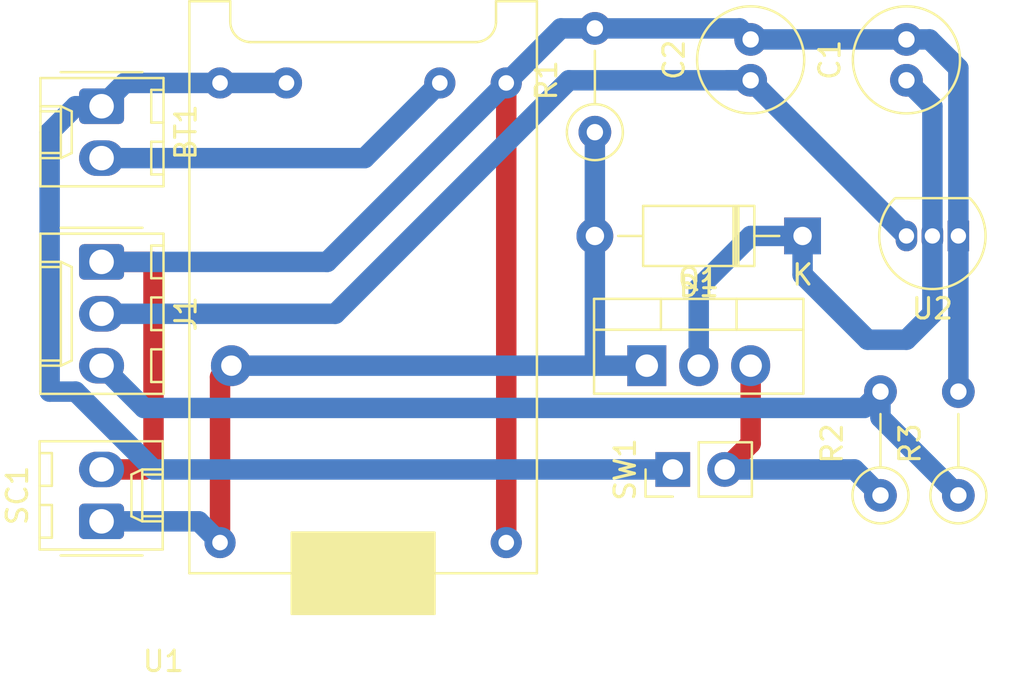
<source format=kicad_pcb>
(kicad_pcb (version 20171130) (host pcbnew 5.1.5+dfsg1-2build2)

  (general
    (thickness 1.6)
    (drawings 0)
    (tracks 61)
    (zones 0)
    (modules 13)
    (nets 9)
  )

  (page A4)
  (layers
    (0 F.Cu signal)
    (31 B.Cu signal)
    (32 B.Adhes user)
    (33 F.Adhes user)
    (34 B.Paste user)
    (35 F.Paste user)
    (36 B.SilkS user)
    (37 F.SilkS user)
    (38 B.Mask user)
    (39 F.Mask user)
    (40 Dwgs.User user)
    (41 Cmts.User user)
    (42 Eco1.User user)
    (43 Eco2.User user)
    (44 Edge.Cuts user)
    (45 Margin user)
    (46 B.CrtYd user)
    (47 F.CrtYd user)
    (48 B.Fab user)
    (49 F.Fab user)
  )

  (setup
    (last_trace_width 1)
    (user_trace_width 1)
    (trace_clearance 0.2)
    (zone_clearance 0.508)
    (zone_45_only no)
    (trace_min 0.2)
    (via_size 0.8)
    (via_drill 0.4)
    (via_min_size 0.4)
    (via_min_drill 0.3)
    (user_via 2 1)
    (uvia_size 0.3)
    (uvia_drill 0.1)
    (uvias_allowed no)
    (uvia_min_size 0.2)
    (uvia_min_drill 0.1)
    (edge_width 0.1)
    (segment_width 0.2)
    (pcb_text_width 0.3)
    (pcb_text_size 1.5 1.5)
    (mod_edge_width 0.15)
    (mod_text_size 1 1)
    (mod_text_width 0.15)
    (pad_size 1.524 1.524)
    (pad_drill 0.762)
    (pad_to_mask_clearance 0)
    (aux_axis_origin 0 0)
    (visible_elements FFFFFF7F)
    (pcbplotparams
      (layerselection 0x010fc_ffffffff)
      (usegerberextensions false)
      (usegerberattributes false)
      (usegerberadvancedattributes false)
      (creategerberjobfile false)
      (excludeedgelayer true)
      (linewidth 0.100000)
      (plotframeref false)
      (viasonmask false)
      (mode 1)
      (useauxorigin false)
      (hpglpennumber 1)
      (hpglpenspeed 20)
      (hpglpendiameter 15.000000)
      (psnegative false)
      (psa4output false)
      (plotreference true)
      (plotvalue true)
      (plotinvisibletext false)
      (padsonsilk false)
      (subtractmaskfromsilk false)
      (outputformat 1)
      (mirror false)
      (drillshape 1)
      (scaleselection 1)
      (outputdirectory ""))
  )

  (net 0 "")
  (net 1 GND)
  (net 2 "Net-(C1-Pad1)")
  (net 3 "Net-(C2-Pad1)")
  (net 4 "Net-(D1-Pad2)")
  (net 5 "Net-(Q1-Pad3)")
  (net 6 "Net-(BT1-Pad2)")
  (net 7 "Net-(BT1-Pad1)")
  (net 8 "Net-(J1-Pad3)")

  (net_class Default "This is the default net class."
    (clearance 0.2)
    (trace_width 0.25)
    (via_dia 0.8)
    (via_drill 0.4)
    (uvia_dia 0.3)
    (uvia_drill 0.1)
    (add_net GND)
    (add_net "Net-(BT1-Pad1)")
    (add_net "Net-(BT1-Pad2)")
    (add_net "Net-(C1-Pad1)")
    (add_net "Net-(C2-Pad1)")
    (add_net "Net-(D1-Pad2)")
    (add_net "Net-(J1-Pad3)")
    (add_net "Net-(Q1-Pad3)")
  )

  (module Connector_Molex:Molex_KK-254_AE-6410-02A_1x02_P2.54mm_Vertical (layer F.Cu) (tedit 5B78013E) (tstamp 60A7437D)
    (at 118.11 96.52 90)
    (descr "Molex KK-254 Interconnect System, old/engineering part number: AE-6410-02A example for new part number: 22-27-2021, 2 Pins (http://www.molex.com/pdm_docs/sd/022272021_sd.pdf), generated with kicad-footprint-generator")
    (tags "connector Molex KK-254 side entry")
    (path /60A2898D)
    (fp_text reference SC1 (at 1.27 -4.12 90) (layer F.SilkS)
      (effects (font (size 1 1) (thickness 0.15)))
    )
    (fp_text value Solar_Cell (at 1.27 4.08 90) (layer F.Fab)
      (effects (font (size 1 1) (thickness 0.15)))
    )
    (fp_text user %R (at 1.27 -2.22 90) (layer F.Fab)
      (effects (font (size 1 1) (thickness 0.15)))
    )
    (fp_line (start 4.31 -3.42) (end -1.77 -3.42) (layer F.CrtYd) (width 0.05))
    (fp_line (start 4.31 3.38) (end 4.31 -3.42) (layer F.CrtYd) (width 0.05))
    (fp_line (start -1.77 3.38) (end 4.31 3.38) (layer F.CrtYd) (width 0.05))
    (fp_line (start -1.77 -3.42) (end -1.77 3.38) (layer F.CrtYd) (width 0.05))
    (fp_line (start 3.34 -2.43) (end 3.34 -3.03) (layer F.SilkS) (width 0.12))
    (fp_line (start 1.74 -2.43) (end 3.34 -2.43) (layer F.SilkS) (width 0.12))
    (fp_line (start 1.74 -3.03) (end 1.74 -2.43) (layer F.SilkS) (width 0.12))
    (fp_line (start 0.8 -2.43) (end 0.8 -3.03) (layer F.SilkS) (width 0.12))
    (fp_line (start -0.8 -2.43) (end 0.8 -2.43) (layer F.SilkS) (width 0.12))
    (fp_line (start -0.8 -3.03) (end -0.8 -2.43) (layer F.SilkS) (width 0.12))
    (fp_line (start 2.29 2.99) (end 2.29 1.99) (layer F.SilkS) (width 0.12))
    (fp_line (start 0.25 2.99) (end 0.25 1.99) (layer F.SilkS) (width 0.12))
    (fp_line (start 2.29 1.46) (end 2.54 1.99) (layer F.SilkS) (width 0.12))
    (fp_line (start 0.25 1.46) (end 2.29 1.46) (layer F.SilkS) (width 0.12))
    (fp_line (start 0 1.99) (end 0.25 1.46) (layer F.SilkS) (width 0.12))
    (fp_line (start 2.54 1.99) (end 2.54 2.99) (layer F.SilkS) (width 0.12))
    (fp_line (start 0 1.99) (end 2.54 1.99) (layer F.SilkS) (width 0.12))
    (fp_line (start 0 2.99) (end 0 1.99) (layer F.SilkS) (width 0.12))
    (fp_line (start -0.562893 0) (end -1.27 0.5) (layer F.Fab) (width 0.1))
    (fp_line (start -1.27 -0.5) (end -0.562893 0) (layer F.Fab) (width 0.1))
    (fp_line (start -1.67 -2) (end -1.67 2) (layer F.SilkS) (width 0.12))
    (fp_line (start 3.92 -3.03) (end -1.38 -3.03) (layer F.SilkS) (width 0.12))
    (fp_line (start 3.92 2.99) (end 3.92 -3.03) (layer F.SilkS) (width 0.12))
    (fp_line (start -1.38 2.99) (end 3.92 2.99) (layer F.SilkS) (width 0.12))
    (fp_line (start -1.38 -3.03) (end -1.38 2.99) (layer F.SilkS) (width 0.12))
    (fp_line (start 3.81 -2.92) (end -1.27 -2.92) (layer F.Fab) (width 0.1))
    (fp_line (start 3.81 2.88) (end 3.81 -2.92) (layer F.Fab) (width 0.1))
    (fp_line (start -1.27 2.88) (end 3.81 2.88) (layer F.Fab) (width 0.1))
    (fp_line (start -1.27 -2.92) (end -1.27 2.88) (layer F.Fab) (width 0.1))
    (pad 2 thru_hole oval (at 2.54 0 90) (size 1.74 2.2) (drill 1.2) (layers *.Cu *.Mask)
      (net 1 GND))
    (pad 1 thru_hole roundrect (at 0 0 90) (size 1.74 2.2) (drill 1.2) (layers *.Cu *.Mask) (roundrect_rratio 0.143678)
      (net 4 "Net-(D1-Pad2)"))
    (model ${KISYS3DMOD}/Connector_Molex.3dshapes/Molex_KK-254_AE-6410-02A_1x02_P2.54mm_Vertical.wrl
      (at (xyz 0 0 0))
      (scale (xyz 1 1 1))
      (rotate (xyz 0 0 0))
    )
  )

  (module Battery+:TP4056 (layer F.Cu) (tedit 60A6DA1C) (tstamp 60A72CBB)
    (at 122.404999 99.06)
    (path /60A28466)
    (fp_text reference U1 (at -1.27 4.31) (layer F.SilkS)
      (effects (font (size 1 1) (thickness 0.15)))
    )
    (fp_text value TP4056 (at -1.27 3.31) (layer F.Fab)
      (effects (font (size 1 1) (thickness 0.15)))
    )
    (fp_poly (pts (xy 12 2) (xy 5 2) (xy 5 -2) (xy 12 -2)) (layer F.SilkS) (width 0.1))
    (fp_line (start 0 -28) (end 2 -28) (layer F.SilkS) (width 0.12))
    (fp_line (start 15 -28) (end 17 -28) (layer F.SilkS) (width 0.12))
    (fp_line (start 2 -27) (end 2 -28) (layer F.SilkS) (width 0.12))
    (fp_line (start 15 -27) (end 15 -28) (layer F.SilkS) (width 0.12))
    (fp_line (start 3 -26) (end 14 -26) (layer F.SilkS) (width 0.12))
    (fp_arc (start 14 -27) (end 14 -26) (angle -90) (layer F.SilkS) (width 0.12))
    (fp_arc (start 3 -27) (end 2 -27) (angle -90) (layer F.SilkS) (width 0.12))
    (fp_line (start 17 0) (end 17 -28) (layer F.SilkS) (width 0.12))
    (fp_line (start 0 0) (end 17 0) (layer F.SilkS) (width 0.12))
    (fp_line (start 0 -28) (end 0 0) (layer F.SilkS) (width 0.12))
    (pad 6 thru_hole circle (at 12.25 -24) (size 1.524 1.524) (drill 0.762) (layers *.Cu *.Mask)
      (net 6 "Net-(BT1-Pad2)"))
    (pad 5 thru_hole circle (at 4.75 -24) (size 1.524 1.524) (drill 0.762) (layers *.Cu *.Mask)
      (net 7 "Net-(BT1-Pad1)"))
    (pad 4 thru_hole circle (at 15.5 -24) (size 1.524 1.524) (drill 0.762) (layers *.Cu *.Mask)
      (net 1 GND))
    (pad 3 thru_hole circle (at 1.5 -24) (size 1.524 1.524) (drill 0.762) (layers *.Cu *.Mask)
      (net 7 "Net-(BT1-Pad1)"))
    (pad 2 thru_hole circle (at 15.5 -1.5) (size 1.524 1.524) (drill 0.762) (layers *.Cu *.Mask)
      (net 1 GND))
    (pad 1 thru_hole circle (at 1.5 -1.5) (size 1.524 1.524) (drill 0.762) (layers *.Cu *.Mask)
      (net 4 "Net-(D1-Pad2)"))
  )

  (module Connector_PinHeader_2.54mm:PinHeader_1x02_P2.54mm_Vertical (layer F.Cu) (tedit 59FED5CC) (tstamp 60A73B29)
    (at 146.05 93.98 90)
    (descr "Through hole straight pin header, 1x02, 2.54mm pitch, single row")
    (tags "Through hole pin header THT 1x02 2.54mm single row")
    (path /60A8607C)
    (fp_text reference SW1 (at 0 -2.33 90) (layer F.SilkS)
      (effects (font (size 1 1) (thickness 0.15)))
    )
    (fp_text value SW_SPST (at 0 4.87 90) (layer F.Fab)
      (effects (font (size 1 1) (thickness 0.15)))
    )
    (fp_text user %R (at 0 1.27) (layer F.Fab)
      (effects (font (size 1 1) (thickness 0.15)))
    )
    (fp_line (start 1.8 -1.8) (end -1.8 -1.8) (layer F.CrtYd) (width 0.05))
    (fp_line (start 1.8 4.35) (end 1.8 -1.8) (layer F.CrtYd) (width 0.05))
    (fp_line (start -1.8 4.35) (end 1.8 4.35) (layer F.CrtYd) (width 0.05))
    (fp_line (start -1.8 -1.8) (end -1.8 4.35) (layer F.CrtYd) (width 0.05))
    (fp_line (start -1.33 -1.33) (end 0 -1.33) (layer F.SilkS) (width 0.12))
    (fp_line (start -1.33 0) (end -1.33 -1.33) (layer F.SilkS) (width 0.12))
    (fp_line (start -1.33 1.27) (end 1.33 1.27) (layer F.SilkS) (width 0.12))
    (fp_line (start 1.33 1.27) (end 1.33 3.87) (layer F.SilkS) (width 0.12))
    (fp_line (start -1.33 1.27) (end -1.33 3.87) (layer F.SilkS) (width 0.12))
    (fp_line (start -1.33 3.87) (end 1.33 3.87) (layer F.SilkS) (width 0.12))
    (fp_line (start -1.27 -0.635) (end -0.635 -1.27) (layer F.Fab) (width 0.1))
    (fp_line (start -1.27 3.81) (end -1.27 -0.635) (layer F.Fab) (width 0.1))
    (fp_line (start 1.27 3.81) (end -1.27 3.81) (layer F.Fab) (width 0.1))
    (fp_line (start 1.27 -1.27) (end 1.27 3.81) (layer F.Fab) (width 0.1))
    (fp_line (start -0.635 -1.27) (end 1.27 -1.27) (layer F.Fab) (width 0.1))
    (pad 2 thru_hole oval (at 0 2.54 90) (size 1.7 1.7) (drill 1) (layers *.Cu *.Mask)
      (net 5 "Net-(Q1-Pad3)"))
    (pad 1 thru_hole rect (at 0 0 90) (size 1.7 1.7) (drill 1) (layers *.Cu *.Mask)
      (net 7 "Net-(BT1-Pad1)"))
    (model ${KISYS3DMOD}/Connector_PinHeader_2.54mm.3dshapes/PinHeader_1x02_P2.54mm_Vertical.wrl
      (at (xyz 0 0 0))
      (scale (xyz 1 1 1))
      (rotate (xyz 0 0 0))
    )
  )

  (module Connector_Molex:Molex_KK-254_AE-6410-03A_1x03_P2.54mm_Vertical (layer F.Cu) (tedit 5B78013E) (tstamp 60A73A8D)
    (at 118.11 83.82 270)
    (descr "Molex KK-254 Interconnect System, old/engineering part number: AE-6410-03A example for new part number: 22-27-2031, 3 Pins (http://www.molex.com/pdm_docs/sd/022272021_sd.pdf), generated with kicad-footprint-generator")
    (tags "connector Molex KK-254 side entry")
    (path /60AEE014)
    (fp_text reference J1 (at 2.54 -4.12 90) (layer F.SilkS)
      (effects (font (size 1 1) (thickness 0.15)))
    )
    (fp_text value Conn_01x03_Male (at 2.54 4.08 90) (layer F.Fab)
      (effects (font (size 1 1) (thickness 0.15)))
    )
    (fp_text user %R (at 2.54 -2.22 90) (layer F.Fab)
      (effects (font (size 1 1) (thickness 0.15)))
    )
    (fp_line (start 6.85 -3.42) (end -1.77 -3.42) (layer F.CrtYd) (width 0.05))
    (fp_line (start 6.85 3.38) (end 6.85 -3.42) (layer F.CrtYd) (width 0.05))
    (fp_line (start -1.77 3.38) (end 6.85 3.38) (layer F.CrtYd) (width 0.05))
    (fp_line (start -1.77 -3.42) (end -1.77 3.38) (layer F.CrtYd) (width 0.05))
    (fp_line (start 5.88 -2.43) (end 5.88 -3.03) (layer F.SilkS) (width 0.12))
    (fp_line (start 4.28 -2.43) (end 5.88 -2.43) (layer F.SilkS) (width 0.12))
    (fp_line (start 4.28 -3.03) (end 4.28 -2.43) (layer F.SilkS) (width 0.12))
    (fp_line (start 3.34 -2.43) (end 3.34 -3.03) (layer F.SilkS) (width 0.12))
    (fp_line (start 1.74 -2.43) (end 3.34 -2.43) (layer F.SilkS) (width 0.12))
    (fp_line (start 1.74 -3.03) (end 1.74 -2.43) (layer F.SilkS) (width 0.12))
    (fp_line (start 0.8 -2.43) (end 0.8 -3.03) (layer F.SilkS) (width 0.12))
    (fp_line (start -0.8 -2.43) (end 0.8 -2.43) (layer F.SilkS) (width 0.12))
    (fp_line (start -0.8 -3.03) (end -0.8 -2.43) (layer F.SilkS) (width 0.12))
    (fp_line (start 4.83 2.99) (end 4.83 1.99) (layer F.SilkS) (width 0.12))
    (fp_line (start 0.25 2.99) (end 0.25 1.99) (layer F.SilkS) (width 0.12))
    (fp_line (start 4.83 1.46) (end 5.08 1.99) (layer F.SilkS) (width 0.12))
    (fp_line (start 0.25 1.46) (end 4.83 1.46) (layer F.SilkS) (width 0.12))
    (fp_line (start 0 1.99) (end 0.25 1.46) (layer F.SilkS) (width 0.12))
    (fp_line (start 5.08 1.99) (end 5.08 2.99) (layer F.SilkS) (width 0.12))
    (fp_line (start 0 1.99) (end 5.08 1.99) (layer F.SilkS) (width 0.12))
    (fp_line (start 0 2.99) (end 0 1.99) (layer F.SilkS) (width 0.12))
    (fp_line (start -0.562893 0) (end -1.27 0.5) (layer F.Fab) (width 0.1))
    (fp_line (start -1.27 -0.5) (end -0.562893 0) (layer F.Fab) (width 0.1))
    (fp_line (start -1.67 -2) (end -1.67 2) (layer F.SilkS) (width 0.12))
    (fp_line (start 6.46 -3.03) (end -1.38 -3.03) (layer F.SilkS) (width 0.12))
    (fp_line (start 6.46 2.99) (end 6.46 -3.03) (layer F.SilkS) (width 0.12))
    (fp_line (start -1.38 2.99) (end 6.46 2.99) (layer F.SilkS) (width 0.12))
    (fp_line (start -1.38 -3.03) (end -1.38 2.99) (layer F.SilkS) (width 0.12))
    (fp_line (start 6.35 -2.92) (end -1.27 -2.92) (layer F.Fab) (width 0.1))
    (fp_line (start 6.35 2.88) (end 6.35 -2.92) (layer F.Fab) (width 0.1))
    (fp_line (start -1.27 2.88) (end 6.35 2.88) (layer F.Fab) (width 0.1))
    (fp_line (start -1.27 -2.92) (end -1.27 2.88) (layer F.Fab) (width 0.1))
    (pad 3 thru_hole oval (at 5.08 0 270) (size 1.74 2.2) (drill 1.2) (layers *.Cu *.Mask)
      (net 8 "Net-(J1-Pad3)"))
    (pad 2 thru_hole oval (at 2.54 0 270) (size 1.74 2.2) (drill 1.2) (layers *.Cu *.Mask)
      (net 3 "Net-(C2-Pad1)"))
    (pad 1 thru_hole roundrect (at 0 0 270) (size 1.74 2.2) (drill 1.2) (layers *.Cu *.Mask) (roundrect_rratio 0.143678)
      (net 1 GND))
    (model ${KISYS3DMOD}/Connector_Molex.3dshapes/Molex_KK-254_AE-6410-03A_1x03_P2.54mm_Vertical.wrl
      (at (xyz 0 0 0))
      (scale (xyz 1 1 1))
      (rotate (xyz 0 0 0))
    )
  )

  (module Connector_Molex:Molex_KK-254_AE-6410-02A_1x02_P2.54mm_Vertical (layer F.Cu) (tedit 5B78013E) (tstamp 60A73A05)
    (at 118.11 76.2 270)
    (descr "Molex KK-254 Interconnect System, old/engineering part number: AE-6410-02A example for new part number: 22-27-2021, 2 Pins (http://www.molex.com/pdm_docs/sd/022272021_sd.pdf), generated with kicad-footprint-generator")
    (tags "connector Molex KK-254 side entry")
    (path /60A29B61)
    (fp_text reference BT1 (at 1.27 -4.12 90) (layer F.SilkS)
      (effects (font (size 1 1) (thickness 0.15)))
    )
    (fp_text value LIon (at 1.27 4.08 90) (layer F.Fab)
      (effects (font (size 1 1) (thickness 0.15)))
    )
    (fp_text user %R (at 1.27 -2.22 90) (layer F.Fab)
      (effects (font (size 1 1) (thickness 0.15)))
    )
    (fp_line (start 4.31 -3.42) (end -1.77 -3.42) (layer F.CrtYd) (width 0.05))
    (fp_line (start 4.31 3.38) (end 4.31 -3.42) (layer F.CrtYd) (width 0.05))
    (fp_line (start -1.77 3.38) (end 4.31 3.38) (layer F.CrtYd) (width 0.05))
    (fp_line (start -1.77 -3.42) (end -1.77 3.38) (layer F.CrtYd) (width 0.05))
    (fp_line (start 3.34 -2.43) (end 3.34 -3.03) (layer F.SilkS) (width 0.12))
    (fp_line (start 1.74 -2.43) (end 3.34 -2.43) (layer F.SilkS) (width 0.12))
    (fp_line (start 1.74 -3.03) (end 1.74 -2.43) (layer F.SilkS) (width 0.12))
    (fp_line (start 0.8 -2.43) (end 0.8 -3.03) (layer F.SilkS) (width 0.12))
    (fp_line (start -0.8 -2.43) (end 0.8 -2.43) (layer F.SilkS) (width 0.12))
    (fp_line (start -0.8 -3.03) (end -0.8 -2.43) (layer F.SilkS) (width 0.12))
    (fp_line (start 2.29 2.99) (end 2.29 1.99) (layer F.SilkS) (width 0.12))
    (fp_line (start 0.25 2.99) (end 0.25 1.99) (layer F.SilkS) (width 0.12))
    (fp_line (start 2.29 1.46) (end 2.54 1.99) (layer F.SilkS) (width 0.12))
    (fp_line (start 0.25 1.46) (end 2.29 1.46) (layer F.SilkS) (width 0.12))
    (fp_line (start 0 1.99) (end 0.25 1.46) (layer F.SilkS) (width 0.12))
    (fp_line (start 2.54 1.99) (end 2.54 2.99) (layer F.SilkS) (width 0.12))
    (fp_line (start 0 1.99) (end 2.54 1.99) (layer F.SilkS) (width 0.12))
    (fp_line (start 0 2.99) (end 0 1.99) (layer F.SilkS) (width 0.12))
    (fp_line (start -0.562893 0) (end -1.27 0.5) (layer F.Fab) (width 0.1))
    (fp_line (start -1.27 -0.5) (end -0.562893 0) (layer F.Fab) (width 0.1))
    (fp_line (start -1.67 -2) (end -1.67 2) (layer F.SilkS) (width 0.12))
    (fp_line (start 3.92 -3.03) (end -1.38 -3.03) (layer F.SilkS) (width 0.12))
    (fp_line (start 3.92 2.99) (end 3.92 -3.03) (layer F.SilkS) (width 0.12))
    (fp_line (start -1.38 2.99) (end 3.92 2.99) (layer F.SilkS) (width 0.12))
    (fp_line (start -1.38 -3.03) (end -1.38 2.99) (layer F.SilkS) (width 0.12))
    (fp_line (start 3.81 -2.92) (end -1.27 -2.92) (layer F.Fab) (width 0.1))
    (fp_line (start 3.81 2.88) (end 3.81 -2.92) (layer F.Fab) (width 0.1))
    (fp_line (start -1.27 2.88) (end 3.81 2.88) (layer F.Fab) (width 0.1))
    (fp_line (start -1.27 -2.92) (end -1.27 2.88) (layer F.Fab) (width 0.1))
    (pad 2 thru_hole oval (at 2.54 0 270) (size 1.74 2.2) (drill 1.2) (layers *.Cu *.Mask)
      (net 6 "Net-(BT1-Pad2)"))
    (pad 1 thru_hole roundrect (at 0 0 270) (size 1.74 2.2) (drill 1.2) (layers *.Cu *.Mask) (roundrect_rratio 0.143678)
      (net 7 "Net-(BT1-Pad1)"))
    (model ${KISYS3DMOD}/Connector_Molex.3dshapes/Molex_KK-254_AE-6410-02A_1x02_P2.54mm_Vertical.wrl
      (at (xyz 0 0 0))
      (scale (xyz 1 1 1))
      (rotate (xyz 0 0 0))
    )
  )

  (module Package_TO_SOT_THT:TO-92_Inline (layer F.Cu) (tedit 5A1DD157) (tstamp 60A72CCD)
    (at 160.02 82.55 180)
    (descr "TO-92 leads in-line, narrow, oval pads, drill 0.75mm (see NXP sot054_po.pdf)")
    (tags "to-92 sc-43 sc-43a sot54 PA33 transistor")
    (path /60A4CB9B)
    (fp_text reference U2 (at 1.27 -3.56) (layer F.SilkS)
      (effects (font (size 1 1) (thickness 0.15)))
    )
    (fp_text value HT7333 (at 1.27 2.79) (layer F.Fab)
      (effects (font (size 1 1) (thickness 0.15)))
    )
    (fp_arc (start 1.27 0) (end 1.27 -2.6) (angle 135) (layer F.SilkS) (width 0.12))
    (fp_arc (start 1.27 0) (end 1.27 -2.48) (angle -135) (layer F.Fab) (width 0.1))
    (fp_arc (start 1.27 0) (end 1.27 -2.6) (angle -135) (layer F.SilkS) (width 0.12))
    (fp_arc (start 1.27 0) (end 1.27 -2.48) (angle 135) (layer F.Fab) (width 0.1))
    (fp_line (start 4 2.01) (end -1.46 2.01) (layer F.CrtYd) (width 0.05))
    (fp_line (start 4 2.01) (end 4 -2.73) (layer F.CrtYd) (width 0.05))
    (fp_line (start -1.46 -2.73) (end -1.46 2.01) (layer F.CrtYd) (width 0.05))
    (fp_line (start -1.46 -2.73) (end 4 -2.73) (layer F.CrtYd) (width 0.05))
    (fp_line (start -0.5 1.75) (end 3 1.75) (layer F.Fab) (width 0.1))
    (fp_line (start -0.53 1.85) (end 3.07 1.85) (layer F.SilkS) (width 0.12))
    (fp_text user %R (at 1.27 -3.56) (layer F.Fab)
      (effects (font (size 1 1) (thickness 0.15)))
    )
    (pad 1 thru_hole rect (at 0 0 180) (size 1.05 1.5) (drill 0.75) (layers *.Cu *.Mask)
      (net 1 GND))
    (pad 3 thru_hole oval (at 2.54 0 180) (size 1.05 1.5) (drill 0.75) (layers *.Cu *.Mask)
      (net 3 "Net-(C2-Pad1)"))
    (pad 2 thru_hole oval (at 1.27 0 180) (size 1.05 1.5) (drill 0.75) (layers *.Cu *.Mask)
      (net 2 "Net-(C1-Pad1)"))
    (model ${KISYS3DMOD}/Package_TO_SOT_THT.3dshapes/TO-92_Inline.wrl
      (at (xyz 0 0 0))
      (scale (xyz 1 1 1))
      (rotate (xyz 0 0 0))
    )
  )

  (module Resistor_THT:R_Axial_DIN0207_L6.3mm_D2.5mm_P5.08mm_Vertical (layer F.Cu) (tedit 5AE5139B) (tstamp 60A72CA6)
    (at 160.02 95.25 90)
    (descr "Resistor, Axial_DIN0207 series, Axial, Vertical, pin pitch=5.08mm, 0.25W = 1/4W, length*diameter=6.3*2.5mm^2, http://cdn-reichelt.de/documents/datenblatt/B400/1_4W%23YAG.pdf")
    (tags "Resistor Axial_DIN0207 series Axial Vertical pin pitch 5.08mm 0.25W = 1/4W length 6.3mm diameter 2.5mm")
    (path /60A5C09B)
    (fp_text reference R3 (at 2.54 -2.37 90) (layer F.SilkS)
      (effects (font (size 1 1) (thickness 0.15)))
    )
    (fp_text value 33k (at 2.54 2.37 90) (layer F.Fab)
      (effects (font (size 1 1) (thickness 0.15)))
    )
    (fp_text user %R (at 2.54 -2.37 90) (layer F.Fab)
      (effects (font (size 1 1) (thickness 0.15)))
    )
    (fp_line (start 6.13 -1.5) (end -1.5 -1.5) (layer F.CrtYd) (width 0.05))
    (fp_line (start 6.13 1.5) (end 6.13 -1.5) (layer F.CrtYd) (width 0.05))
    (fp_line (start -1.5 1.5) (end 6.13 1.5) (layer F.CrtYd) (width 0.05))
    (fp_line (start -1.5 -1.5) (end -1.5 1.5) (layer F.CrtYd) (width 0.05))
    (fp_line (start 1.37 0) (end 3.98 0) (layer F.SilkS) (width 0.12))
    (fp_line (start 0 0) (end 5.08 0) (layer F.Fab) (width 0.1))
    (fp_circle (center 0 0) (end 1.37 0) (layer F.SilkS) (width 0.12))
    (fp_circle (center 0 0) (end 1.25 0) (layer F.Fab) (width 0.1))
    (pad 2 thru_hole oval (at 5.08 0 90) (size 1.6 1.6) (drill 0.8) (layers *.Cu *.Mask)
      (net 1 GND))
    (pad 1 thru_hole circle (at 0 0 90) (size 1.6 1.6) (drill 0.8) (layers *.Cu *.Mask)
      (net 8 "Net-(J1-Pad3)"))
    (model ${KISYS3DMOD}/Resistor_THT.3dshapes/R_Axial_DIN0207_L6.3mm_D2.5mm_P5.08mm_Vertical.wrl
      (at (xyz 0 0 0))
      (scale (xyz 1 1 1))
      (rotate (xyz 0 0 0))
    )
  )

  (module Resistor_THT:R_Axial_DIN0207_L6.3mm_D2.5mm_P5.08mm_Vertical (layer F.Cu) (tedit 5AE5139B) (tstamp 60A72C97)
    (at 156.21 95.25 90)
    (descr "Resistor, Axial_DIN0207 series, Axial, Vertical, pin pitch=5.08mm, 0.25W = 1/4W, length*diameter=6.3*2.5mm^2, http://cdn-reichelt.de/documents/datenblatt/B400/1_4W%23YAG.pdf")
    (tags "Resistor Axial_DIN0207 series Axial Vertical pin pitch 5.08mm 0.25W = 1/4W length 6.3mm diameter 2.5mm")
    (path /60A5BA83)
    (fp_text reference R2 (at 2.54 -2.37 90) (layer F.SilkS)
      (effects (font (size 1 1) (thickness 0.15)))
    )
    (fp_text value 100k (at 2.54 2.37 90) (layer F.Fab)
      (effects (font (size 1 1) (thickness 0.15)))
    )
    (fp_text user %R (at 2.54 -2.37 90) (layer F.Fab)
      (effects (font (size 1 1) (thickness 0.15)))
    )
    (fp_line (start 6.13 -1.5) (end -1.5 -1.5) (layer F.CrtYd) (width 0.05))
    (fp_line (start 6.13 1.5) (end 6.13 -1.5) (layer F.CrtYd) (width 0.05))
    (fp_line (start -1.5 1.5) (end 6.13 1.5) (layer F.CrtYd) (width 0.05))
    (fp_line (start -1.5 -1.5) (end -1.5 1.5) (layer F.CrtYd) (width 0.05))
    (fp_line (start 1.37 0) (end 3.98 0) (layer F.SilkS) (width 0.12))
    (fp_line (start 0 0) (end 5.08 0) (layer F.Fab) (width 0.1))
    (fp_circle (center 0 0) (end 1.37 0) (layer F.SilkS) (width 0.12))
    (fp_circle (center 0 0) (end 1.25 0) (layer F.Fab) (width 0.1))
    (pad 2 thru_hole oval (at 5.08 0 90) (size 1.6 1.6) (drill 0.8) (layers *.Cu *.Mask)
      (net 8 "Net-(J1-Pad3)"))
    (pad 1 thru_hole circle (at 0 0 90) (size 1.6 1.6) (drill 0.8) (layers *.Cu *.Mask)
      (net 5 "Net-(Q1-Pad3)"))
    (model ${KISYS3DMOD}/Resistor_THT.3dshapes/R_Axial_DIN0207_L6.3mm_D2.5mm_P5.08mm_Vertical.wrl
      (at (xyz 0 0 0))
      (scale (xyz 1 1 1))
      (rotate (xyz 0 0 0))
    )
  )

  (module Resistor_THT:R_Axial_DIN0207_L6.3mm_D2.5mm_P5.08mm_Vertical (layer F.Cu) (tedit 5AE5139B) (tstamp 60A72C88)
    (at 142.24 77.47 90)
    (descr "Resistor, Axial_DIN0207 series, Axial, Vertical, pin pitch=5.08mm, 0.25W = 1/4W, length*diameter=6.3*2.5mm^2, http://cdn-reichelt.de/documents/datenblatt/B400/1_4W%23YAG.pdf")
    (tags "Resistor Axial_DIN0207 series Axial Vertical pin pitch 5.08mm 0.25W = 1/4W length 6.3mm diameter 2.5mm")
    (path /60B13300)
    (fp_text reference R1 (at 2.54 -2.37 90) (layer F.SilkS)
      (effects (font (size 1 1) (thickness 0.15)))
    )
    (fp_text value 100k (at 2.54 2.37 90) (layer F.Fab)
      (effects (font (size 1 1) (thickness 0.15)))
    )
    (fp_text user %R (at 2.54 -2.37 90) (layer F.Fab)
      (effects (font (size 1 1) (thickness 0.15)))
    )
    (fp_line (start 6.13 -1.5) (end -1.5 -1.5) (layer F.CrtYd) (width 0.05))
    (fp_line (start 6.13 1.5) (end 6.13 -1.5) (layer F.CrtYd) (width 0.05))
    (fp_line (start -1.5 1.5) (end 6.13 1.5) (layer F.CrtYd) (width 0.05))
    (fp_line (start -1.5 -1.5) (end -1.5 1.5) (layer F.CrtYd) (width 0.05))
    (fp_line (start 1.37 0) (end 3.98 0) (layer F.SilkS) (width 0.12))
    (fp_line (start 0 0) (end 5.08 0) (layer F.Fab) (width 0.1))
    (fp_circle (center 0 0) (end 1.37 0) (layer F.SilkS) (width 0.12))
    (fp_circle (center 0 0) (end 1.25 0) (layer F.Fab) (width 0.1))
    (pad 2 thru_hole oval (at 5.08 0 90) (size 1.6 1.6) (drill 0.8) (layers *.Cu *.Mask)
      (net 1 GND))
    (pad 1 thru_hole circle (at 0 0 90) (size 1.6 1.6) (drill 0.8) (layers *.Cu *.Mask)
      (net 4 "Net-(D1-Pad2)"))
    (model ${KISYS3DMOD}/Resistor_THT.3dshapes/R_Axial_DIN0207_L6.3mm_D2.5mm_P5.08mm_Vertical.wrl
      (at (xyz 0 0 0))
      (scale (xyz 1 1 1))
      (rotate (xyz 0 0 0))
    )
  )

  (module Package_TO_SOT_THT:TO-220-3_Vertical (layer F.Cu) (tedit 5AC8BA0D) (tstamp 60A72C79)
    (at 144.78 88.9)
    (descr "TO-220-3, Vertical, RM 2.54mm, see https://www.vishay.com/docs/66542/to-220-1.pdf")
    (tags "TO-220-3 Vertical RM 2.54mm")
    (path /60AFFBC5)
    (fp_text reference Q1 (at 2.54 -4.27) (layer F.SilkS)
      (effects (font (size 1 1) (thickness 0.15)))
    )
    (fp_text value AO3401A (at 2.54 2.5) (layer F.Fab)
      (effects (font (size 1 1) (thickness 0.15)))
    )
    (fp_text user %R (at 2.54 -4.27) (layer F.Fab)
      (effects (font (size 1 1) (thickness 0.15)))
    )
    (fp_line (start 7.79 -3.4) (end -2.71 -3.4) (layer F.CrtYd) (width 0.05))
    (fp_line (start 7.79 1.51) (end 7.79 -3.4) (layer F.CrtYd) (width 0.05))
    (fp_line (start -2.71 1.51) (end 7.79 1.51) (layer F.CrtYd) (width 0.05))
    (fp_line (start -2.71 -3.4) (end -2.71 1.51) (layer F.CrtYd) (width 0.05))
    (fp_line (start 4.391 -3.27) (end 4.391 -1.76) (layer F.SilkS) (width 0.12))
    (fp_line (start 0.69 -3.27) (end 0.69 -1.76) (layer F.SilkS) (width 0.12))
    (fp_line (start -2.58 -1.76) (end 7.66 -1.76) (layer F.SilkS) (width 0.12))
    (fp_line (start 7.66 -3.27) (end 7.66 1.371) (layer F.SilkS) (width 0.12))
    (fp_line (start -2.58 -3.27) (end -2.58 1.371) (layer F.SilkS) (width 0.12))
    (fp_line (start -2.58 1.371) (end 7.66 1.371) (layer F.SilkS) (width 0.12))
    (fp_line (start -2.58 -3.27) (end 7.66 -3.27) (layer F.SilkS) (width 0.12))
    (fp_line (start 4.39 -3.15) (end 4.39 -1.88) (layer F.Fab) (width 0.1))
    (fp_line (start 0.69 -3.15) (end 0.69 -1.88) (layer F.Fab) (width 0.1))
    (fp_line (start -2.46 -1.88) (end 7.54 -1.88) (layer F.Fab) (width 0.1))
    (fp_line (start 7.54 -3.15) (end -2.46 -3.15) (layer F.Fab) (width 0.1))
    (fp_line (start 7.54 1.25) (end 7.54 -3.15) (layer F.Fab) (width 0.1))
    (fp_line (start -2.46 1.25) (end 7.54 1.25) (layer F.Fab) (width 0.1))
    (fp_line (start -2.46 -3.15) (end -2.46 1.25) (layer F.Fab) (width 0.1))
    (pad 3 thru_hole oval (at 5.08 0) (size 1.905 2) (drill 1.1) (layers *.Cu *.Mask)
      (net 5 "Net-(Q1-Pad3)"))
    (pad 2 thru_hole oval (at 2.54 0) (size 1.905 2) (drill 1.1) (layers *.Cu *.Mask)
      (net 2 "Net-(C1-Pad1)"))
    (pad 1 thru_hole rect (at 0 0) (size 1.905 2) (drill 1.1) (layers *.Cu *.Mask)
      (net 4 "Net-(D1-Pad2)"))
    (model ${KISYS3DMOD}/Package_TO_SOT_THT.3dshapes/TO-220-3_Vertical.wrl
      (at (xyz 0 0 0))
      (scale (xyz 1 1 1))
      (rotate (xyz 0 0 0))
    )
  )

  (module Diode_THT:D_A-405_P10.16mm_Horizontal (layer F.Cu) (tedit 5AE50CD5) (tstamp 60A72C5F)
    (at 152.4 82.55 180)
    (descr "Diode, A-405 series, Axial, Horizontal, pin pitch=10.16mm, , length*diameter=5.2*2.7mm^2, , http://www.diodes.com/_files/packages/A-405.pdf")
    (tags "Diode A-405 series Axial Horizontal pin pitch 10.16mm  length 5.2mm diameter 2.7mm")
    (path /60B17CB5)
    (fp_text reference D1 (at 5.08 -2.47) (layer F.SilkS)
      (effects (font (size 1 1) (thickness 0.15)))
    )
    (fp_text value D_Schottky (at 5.08 2.47) (layer F.Fab)
      (effects (font (size 1 1) (thickness 0.15)))
    )
    (fp_text user K (at 0 -1.9) (layer F.SilkS)
      (effects (font (size 1 1) (thickness 0.15)))
    )
    (fp_text user K (at 0 -1.9) (layer F.Fab)
      (effects (font (size 1 1) (thickness 0.15)))
    )
    (fp_text user %R (at 5.47 0) (layer F.Fab)
      (effects (font (size 1 1) (thickness 0.15)))
    )
    (fp_line (start 11.31 -1.6) (end -1.15 -1.6) (layer F.CrtYd) (width 0.05))
    (fp_line (start 11.31 1.6) (end 11.31 -1.6) (layer F.CrtYd) (width 0.05))
    (fp_line (start -1.15 1.6) (end 11.31 1.6) (layer F.CrtYd) (width 0.05))
    (fp_line (start -1.15 -1.6) (end -1.15 1.6) (layer F.CrtYd) (width 0.05))
    (fp_line (start 3.14 -1.47) (end 3.14 1.47) (layer F.SilkS) (width 0.12))
    (fp_line (start 3.38 -1.47) (end 3.38 1.47) (layer F.SilkS) (width 0.12))
    (fp_line (start 3.26 -1.47) (end 3.26 1.47) (layer F.SilkS) (width 0.12))
    (fp_line (start 9.02 0) (end 7.8 0) (layer F.SilkS) (width 0.12))
    (fp_line (start 1.14 0) (end 2.36 0) (layer F.SilkS) (width 0.12))
    (fp_line (start 7.8 -1.47) (end 2.36 -1.47) (layer F.SilkS) (width 0.12))
    (fp_line (start 7.8 1.47) (end 7.8 -1.47) (layer F.SilkS) (width 0.12))
    (fp_line (start 2.36 1.47) (end 7.8 1.47) (layer F.SilkS) (width 0.12))
    (fp_line (start 2.36 -1.47) (end 2.36 1.47) (layer F.SilkS) (width 0.12))
    (fp_line (start 3.16 -1.35) (end 3.16 1.35) (layer F.Fab) (width 0.1))
    (fp_line (start 3.36 -1.35) (end 3.36 1.35) (layer F.Fab) (width 0.1))
    (fp_line (start 3.26 -1.35) (end 3.26 1.35) (layer F.Fab) (width 0.1))
    (fp_line (start 10.16 0) (end 7.68 0) (layer F.Fab) (width 0.1))
    (fp_line (start 0 0) (end 2.48 0) (layer F.Fab) (width 0.1))
    (fp_line (start 7.68 -1.35) (end 2.48 -1.35) (layer F.Fab) (width 0.1))
    (fp_line (start 7.68 1.35) (end 7.68 -1.35) (layer F.Fab) (width 0.1))
    (fp_line (start 2.48 1.35) (end 7.68 1.35) (layer F.Fab) (width 0.1))
    (fp_line (start 2.48 -1.35) (end 2.48 1.35) (layer F.Fab) (width 0.1))
    (pad 2 thru_hole oval (at 10.16 0 180) (size 1.8 1.8) (drill 0.9) (layers *.Cu *.Mask)
      (net 4 "Net-(D1-Pad2)"))
    (pad 1 thru_hole rect (at 0 0 180) (size 1.8 1.8) (drill 0.9) (layers *.Cu *.Mask)
      (net 2 "Net-(C1-Pad1)"))
    (model ${KISYS3DMOD}/Diode_THT.3dshapes/D_A-405_P10.16mm_Horizontal.wrl
      (at (xyz 0 0 0))
      (scale (xyz 1 1 1))
      (rotate (xyz 0 0 0))
    )
  )

  (module Capacitor_THT:C_Radial_D5.0mm_H11.0mm_P2.00mm (layer F.Cu) (tedit 5BC5C9B9) (tstamp 60A72C40)
    (at 149.86 74.93 90)
    (descr "C, Radial series, Radial, pin pitch=2.00mm, diameter=5mm, height=11mm, Non-Polar Electrolytic Capacitor")
    (tags "C Radial series Radial pin pitch 2.00mm diameter 5mm height 11mm Non-Polar Electrolytic Capacitor")
    (path /60A7B2D6)
    (fp_text reference C2 (at 1 -3.75 90) (layer F.SilkS)
      (effects (font (size 1 1) (thickness 0.15)))
    )
    (fp_text value 100uF (at 1 3.75 90) (layer F.Fab)
      (effects (font (size 1 1) (thickness 0.15)))
    )
    (fp_text user %R (at 1 0 90) (layer F.Fab)
      (effects (font (size 1 1) (thickness 0.15)))
    )
    (fp_circle (center 1 0) (end 3.75 0) (layer F.CrtYd) (width 0.05))
    (fp_circle (center 1 0) (end 3.62 0) (layer F.SilkS) (width 0.12))
    (fp_circle (center 1 0) (end 3.5 0) (layer F.Fab) (width 0.1))
    (pad 2 thru_hole circle (at 2 0 90) (size 1.6 1.6) (drill 0.8) (layers *.Cu *.Mask)
      (net 1 GND))
    (pad 1 thru_hole circle (at 0 0 90) (size 1.6 1.6) (drill 0.8) (layers *.Cu *.Mask)
      (net 3 "Net-(C2-Pad1)"))
    (model ${KISYS3DMOD}/Capacitor_THT.3dshapes/C_Radial_D5.0mm_H11.0mm_P2.00mm.wrl
      (at (xyz 0 0 0))
      (scale (xyz 1 1 1))
      (rotate (xyz 0 0 0))
    )
  )

  (module Capacitor_THT:C_Radial_D5.0mm_H11.0mm_P2.00mm (layer F.Cu) (tedit 5BC5C9B9) (tstamp 60A72C36)
    (at 157.48 74.93 90)
    (descr "C, Radial series, Radial, pin pitch=2.00mm, diameter=5mm, height=11mm, Non-Polar Electrolytic Capacitor")
    (tags "C Radial series Radial pin pitch 2.00mm diameter 5mm height 11mm Non-Polar Electrolytic Capacitor")
    (path /60ABC0E3)
    (fp_text reference C1 (at 1 -3.75 90) (layer F.SilkS)
      (effects (font (size 1 1) (thickness 0.15)))
    )
    (fp_text value 100uF (at 1 3.75 90) (layer F.Fab)
      (effects (font (size 1 1) (thickness 0.15)))
    )
    (fp_text user %R (at 1 0 90) (layer F.Fab)
      (effects (font (size 1 1) (thickness 0.15)))
    )
    (fp_circle (center 1 0) (end 3.75 0) (layer F.CrtYd) (width 0.05))
    (fp_circle (center 1 0) (end 3.62 0) (layer F.SilkS) (width 0.12))
    (fp_circle (center 1 0) (end 3.5 0) (layer F.Fab) (width 0.1))
    (pad 2 thru_hole circle (at 2 0 90) (size 1.6 1.6) (drill 0.8) (layers *.Cu *.Mask)
      (net 1 GND))
    (pad 1 thru_hole circle (at 0 0 90) (size 1.6 1.6) (drill 0.8) (layers *.Cu *.Mask)
      (net 2 "Net-(C1-Pad1)"))
    (model ${KISYS3DMOD}/Capacitor_THT.3dshapes/C_Radial_D5.0mm_H11.0mm_P2.00mm.wrl
      (at (xyz 0 0 0))
      (scale (xyz 1 1 1))
      (rotate (xyz 0 0 0))
    )
  )

  (segment (start 149.32 72.39) (end 149.86 72.93) (width 1) (layer B.Cu) (net 1))
  (segment (start 142.24 72.39) (end 149.32 72.39) (width 1) (layer B.Cu) (net 1))
  (segment (start 149.86 72.93) (end 157.48 72.93) (width 1) (layer B.Cu) (net 1))
  (segment (start 158.61137 72.93) (end 157.48 72.93) (width 1) (layer B.Cu) (net 1))
  (segment (start 160.02 74.33863) (end 158.61137 72.93) (width 1) (layer B.Cu) (net 1))
  (segment (start 160.02 82.55) (end 160.02 74.33863) (width 1) (layer B.Cu) (net 1))
  (segment (start 140.574999 72.39) (end 137.904999 75.06) (width 1) (layer B.Cu) (net 1))
  (segment (start 142.24 72.39) (end 140.574999 72.39) (width 1) (layer B.Cu) (net 1))
  (segment (start 129.144999 83.82) (end 137.904999 75.06) (width 1) (layer B.Cu) (net 1))
  (segment (start 118.11 83.82) (end 129.144999 83.82) (width 1) (layer B.Cu) (net 1))
  (segment (start 160.02 90.17) (end 160.02 82.55) (width 1) (layer B.Cu) (net 1))
  (segment (start 137.904999 97.56) (end 137.904999 75.06) (width 1) (layer F.Cu) (net 1))
  (segment (start 120.21 93.98) (end 120.65 93.54) (width 1) (layer F.Cu) (net 1))
  (segment (start 118.11 93.98) (end 120.21 93.98) (width 1) (layer F.Cu) (net 1))
  (segment (start 120.65 93.54) (end 120.65 83.82) (width 1) (layer F.Cu) (net 1))
  (segment (start 120.65 83.82) (end 118.11 83.82) (width 1) (layer F.Cu) (net 1))
  (segment (start 149.86 82.55) (end 152.4 82.55) (width 1) (layer B.Cu) (net 2))
  (segment (start 147.32 85.09) (end 149.86 82.55) (width 1) (layer B.Cu) (net 2))
  (segment (start 152.4 84.45) (end 155.58 87.63) (width 1) (layer B.Cu) (net 2))
  (segment (start 152.4 82.55) (end 152.4 84.45) (width 1) (layer B.Cu) (net 2))
  (segment (start 155.58 87.63) (end 157.48 87.63) (width 1) (layer B.Cu) (net 2))
  (segment (start 158.75 86.36) (end 158.75 82.55) (width 1) (layer B.Cu) (net 2))
  (segment (start 157.48 87.63) (end 158.75 86.36) (width 1) (layer B.Cu) (net 2))
  (segment (start 158.75 76.2) (end 157.48 74.93) (width 1) (layer B.Cu) (net 2))
  (segment (start 158.75 82.55) (end 158.75 76.2) (width 1) (layer B.Cu) (net 2))
  (segment (start 147.32 85.09) (end 147.32 88.9) (width 1) (layer B.Cu) (net 2))
  (segment (start 149.86 74.93) (end 157.48 82.55) (width 1) (layer B.Cu) (net 3))
  (segment (start 148.72863 74.93) (end 149.86 74.93) (width 1) (layer B.Cu) (net 3))
  (segment (start 118.11 86.36) (end 129.54 86.36) (width 1) (layer B.Cu) (net 3))
  (segment (start 140.97 74.93) (end 149.86 74.93) (width 1) (layer B.Cu) (net 3))
  (segment (start 129.54 86.36) (end 140.97 74.93) (width 1) (layer B.Cu) (net 3))
  (segment (start 142.24 82.55) (end 142.24 77.47) (width 1) (layer B.Cu) (net 4))
  (segment (start 144.78 88.9) (end 142.24 88.9) (width 1) (layer B.Cu) (net 4))
  (segment (start 142.24 82.55) (end 142.24 88.9) (width 1) (layer B.Cu) (net 4))
  (segment (start 142.24 88.9) (end 124.46 88.9) (width 1) (layer B.Cu) (net 4))
  (segment (start 124.46 88.9) (end 124.46 88.9) (width 1) (layer B.Cu) (net 4) (tstamp 60A73FB3))
  (via (at 124.46 88.9) (size 2) (drill 1) (layers F.Cu B.Cu) (net 4))
  (segment (start 123.904999 89.455001) (end 124.46 88.9) (width 1) (layer F.Cu) (net 4))
  (segment (start 123.904999 97.56) (end 123.904999 89.455001) (width 1) (layer F.Cu) (net 4))
  (segment (start 122.864999 96.52) (end 123.904999 97.56) (width 1) (layer B.Cu) (net 4))
  (segment (start 118.11 96.52) (end 122.864999 96.52) (width 1) (layer B.Cu) (net 4))
  (segment (start 154.94 93.98) (end 156.21 95.25) (width 1) (layer B.Cu) (net 5))
  (segment (start 148.59 93.98) (end 154.94 93.98) (width 1) (layer B.Cu) (net 5))
  (segment (start 149.86 92.71) (end 148.59 93.98) (width 1) (layer F.Cu) (net 5))
  (segment (start 149.86 88.9) (end 149.86 92.71) (width 1) (layer F.Cu) (net 5))
  (segment (start 130.974999 78.74) (end 134.654999 75.06) (width 1) (layer B.Cu) (net 6))
  (segment (start 118.11 78.74) (end 130.974999 78.74) (width 1) (layer B.Cu) (net 6))
  (segment (start 127.154999 75.06) (end 123.904999 75.06) (width 1) (layer B.Cu) (net 7))
  (segment (start 119.25 75.06) (end 118.11 76.2) (width 1) (layer B.Cu) (net 7))
  (segment (start 123.904999 75.06) (end 119.25 75.06) (width 1) (layer B.Cu) (net 7))
  (segment (start 115.57 90.17) (end 115.57 77.47) (width 1) (layer B.Cu) (net 7))
  (segment (start 116.84 76.2) (end 118.11 76.2) (width 1) (layer B.Cu) (net 7))
  (segment (start 115.57 77.47) (end 116.84 76.2) (width 1) (layer B.Cu) (net 7))
  (segment (start 146.05 93.98) (end 120.65 93.98) (width 1) (layer B.Cu) (net 7))
  (segment (start 116.84 90.17) (end 115.57 90.17) (width 1) (layer B.Cu) (net 7))
  (segment (start 120.65 93.98) (end 116.84 90.17) (width 1) (layer B.Cu) (net 7))
  (segment (start 156.21 91.44) (end 160.02 95.25) (width 1) (layer B.Cu) (net 8))
  (segment (start 156.21 90.17) (end 156.21 91.44) (width 1) (layer B.Cu) (net 8))
  (segment (start 155.410001 90.969999) (end 120.179999 90.969999) (width 1) (layer B.Cu) (net 8))
  (segment (start 156.21 90.17) (end 155.410001 90.969999) (width 1) (layer B.Cu) (net 8))
  (segment (start 120.179999 90.969999) (end 118.11 88.9) (width 1) (layer B.Cu) (net 8))

)

</source>
